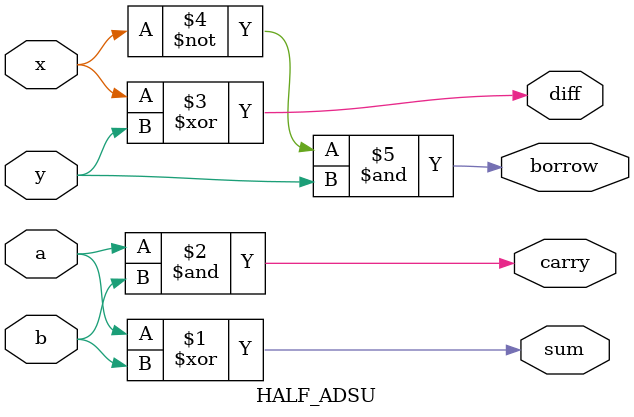
<source format=v>
module HALF_ADSU (
    input  wire a, b,      // adder inputs
    input  wire x, y,      // subtractor inputs
    output wire sum,       // adder sum
    output wire carry,     // adder carry
    output wire diff,      // subtractor difference
    output wire borrow     // subtractor borrow
);

    // Half Adder
    assign sum   = a ^ b;
    assign carry = a & b;

    // Half Subtractor
    assign diff   = x ^ y;
    assign borrow = (~x) & y;

endmodule
</source>
